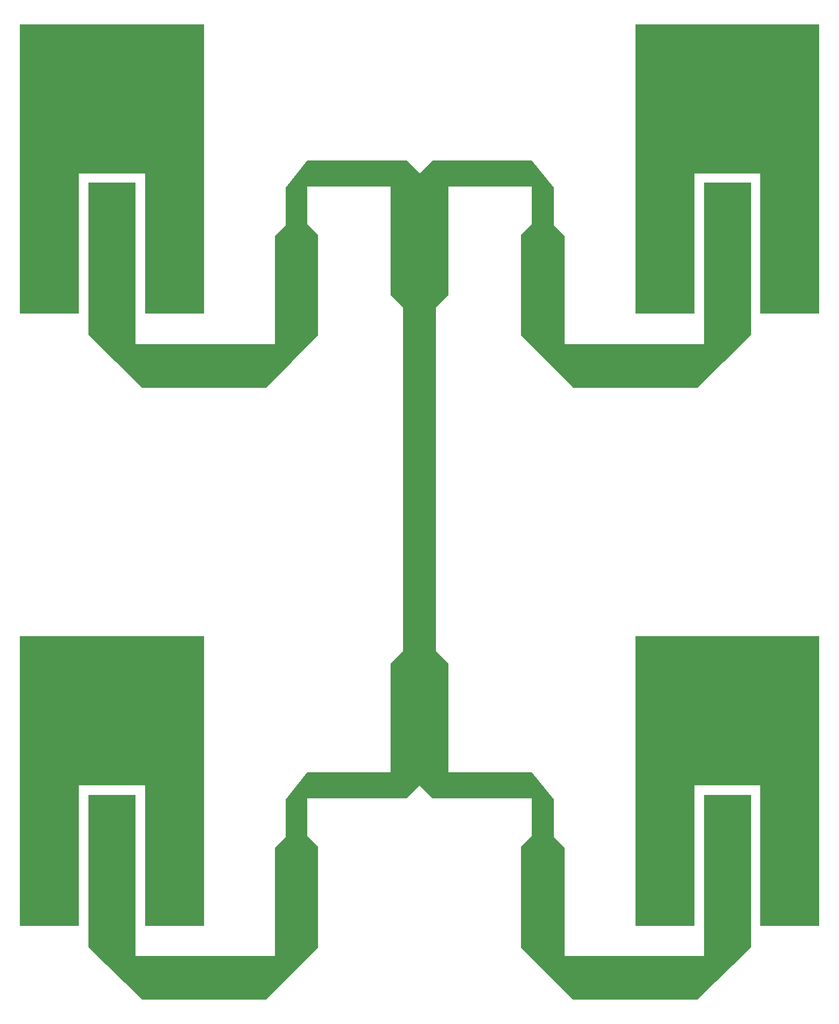
<source format=gbr>
G04 =======================================* 
G04 File Format: RS-274X * 
G04 Date:        February 24 2019 * 
G04 Time:        17:42:54 * 
G04 =======================================* 
G04 Format description *** 
G04 Code:          ASCII * 
G04 Unit:          Millimeter * 
G04 Coordinates:   Absolut * 
G04 Digits:        3.3-format * 
G04 Zeros skipped: Leading zeros omitted * 
G04 =======================================* 
%FSLAX33Y33*%
%MOMM*%
G90*
G71*
%LPD*%
G36*
G01X-49472Y43649D02*
G01X-49472Y20891D01*
G01X-41471Y13068D01*
G01X-22891Y13068D01*
G01X-15157Y20891D01*
G01X-15157Y35915D01*
G01X-16757Y37426D01*
G01X-16757Y43116D01*
G01X-4311Y43116D01*
G01X-4311Y26936D01*
G01X-2446Y24980D01*
G01X-2446Y-26225D01*
G01X-4311Y-28181D01*
G01X-4311Y-44361D01*
G01X-16757Y-44361D01*
G01X-20046Y-48450D01*
G01X-20046Y-54140D01*
G01X-21647Y-55651D01*
G01X-21647Y-71831D01*
G01X-42449Y-71831D01*
G01X-42449Y-47739D01*
G01X-49472Y-47739D01*
G01X-49472Y-70497D01*
G01X-41471Y-78320D01*
G01X-22891Y-78320D01*
G01X-15157Y-70497D01*
G01X-15157Y-55473D01*
G01X-16757Y-53962D01*
G01X-16757Y-48272D01*
G01X-1911Y-48272D01*
G01X0Y-46316D01*
G01X1911Y-48272D01*
G01X16757Y-48272D01*
G01X16757Y-53962D01*
G01X15157Y-55473D01*
G01X15157Y-70497D01*
G01X22891Y-78320D01*
G01X41471Y-78320D01*
G01X49472Y-70497D01*
G01X49472Y-47739D01*
G01X42449Y-47739D01*
G01X42449Y-71831D01*
G01X21647Y-71831D01*
G01X21647Y-55651D01*
G01X20046Y-54140D01*
G01X20046Y-48450D01*
G01X16757Y-44361D01*
G01X4311Y-44361D01*
G01X4308Y-28181D01*
G01X2443Y-26225D01*
G01X2443Y24980D01*
G01X4311Y26936D01*
G01X4311Y43116D01*
G01X16757Y43116D01*
G01X16757Y37426D01*
G01X15157Y35915D01*
G01X15157Y20891D01*
G01X22891Y13068D01*
G01X41471Y13068D01*
G01X49472Y20891D01*
G01X49472Y43649D01*
G01X42449Y43649D01*
G01X42449Y19558D01*
G01X21647Y19558D01*
G01X21647Y35737D01*
G01X20046Y37249D01*
G01X20046Y42938D01*
G01X16757Y47028D01*
G01X1911Y47028D01*
G01X0Y45072D01*
G01X-1911Y47028D01*
G01X-16757Y47028D01*
G01X-20046Y42938D01*
G01X-20046Y37249D01*
G01X-21647Y35737D01*
G01X-21647Y19558D01*
G01X-42449Y19558D01*
G01X-42449Y43649D01*
G37*
%LPD*%
G36*
G01X-41027Y24091D02*
G01X-32226Y24091D01*
G01X-32226Y67297D01*
G01X-59696Y67297D01*
G01X-59696Y24091D01*
G01X-50895Y24091D01*
G01X-50895Y45072D01*
G01X-41027Y45072D01*
G37*
%LPD*%
G36*
G01X59696Y24091D02*
G01X59696Y67297D01*
G01X32226Y67297D01*
G01X32226Y24091D01*
G01X41027Y24091D01*
G01X41027Y45072D01*
G01X50895Y45072D01*
G01X50895Y24091D01*
G37*
%LPD*%
G36*
G01X59696Y-67297D02*
G01X59696Y-24091D01*
G01X32226Y-24091D01*
G01X32226Y-67297D01*
G01X41027Y-67297D01*
G01X41027Y-46316D01*
G01X50895Y-46316D01*
G01X50895Y-67297D01*
G37*
%LPD*%
G36*
G01X-32226Y-67297D02*
G01X-32226Y-24091D01*
G01X-59696Y-24091D01*
G01X-59696Y-67297D01*
G01X-50895Y-67297D01*
G01X-50895Y-46316D01*
G01X-41027Y-46316D01*
G01X-41027Y-67297D01*
G37*
M02* 
G04 End Of Gerber File* 

</source>
